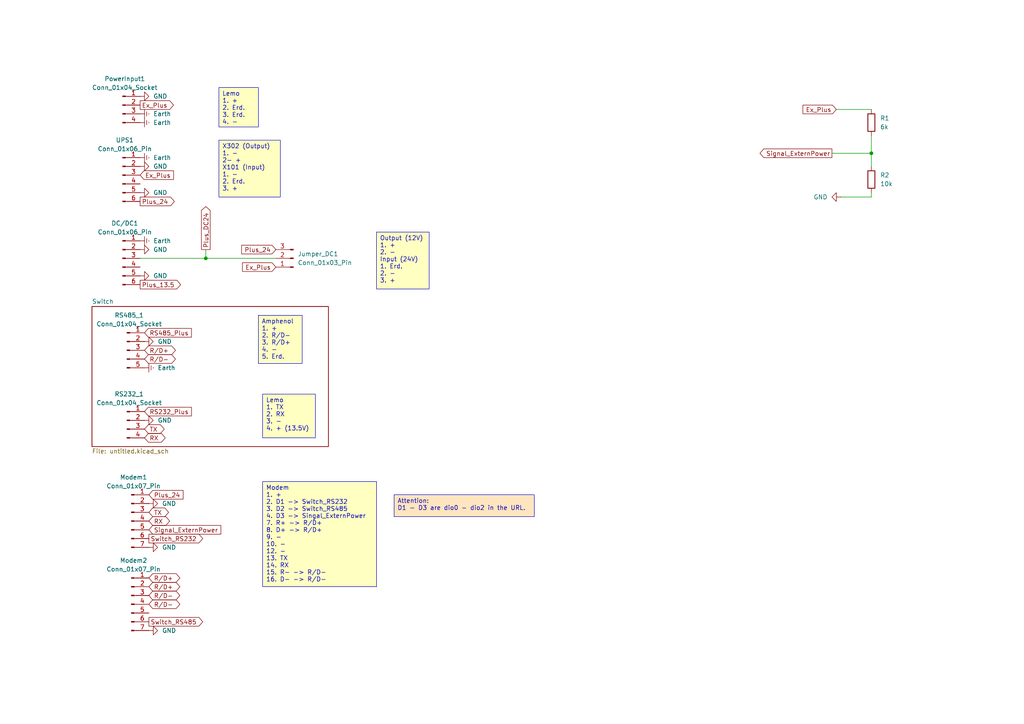
<source format=kicad_sch>
(kicad_sch (version 20231120) (generator "eeschema") (generator_version "8.0")
  (paper "A4")
  (title_block (title "ATL") (rev "1.0"))
  (lib_symbols
    (symbol "Connector:Conn_01x03_Pin" (pin_names (offset 1.016) hide)
      (property "Reference" "J" (at 0 5.08 0))
      (property "Value" "Conn_01x03_Pin" (at 0 -5.08 0))
      (symbol "Conn_01x03_Pin_1_1"
        (polyline (pts (xy 1.27 -2.54) (xy 0.8636 -2.54)) (stroke (width 0.1524)))
        (polyline (pts (xy 1.27 0) (xy 0.8636 0)) (stroke (width 0.1524)))
        (polyline (pts (xy 1.27 2.54) (xy 0.8636 2.54)) (stroke (width 0.1524)))
        (rectangle (start 0.8636 -2.413) (end 0 -2.667) (stroke (width 0.1524)) (fill (type outline)))
        (rectangle (start 0.8636 0.127) (end 0 -0.127) (stroke (width 0.1524)) (fill (type outline)))
        (rectangle (start 0.8636 2.667) (end 0 2.413) (stroke (width 0.1524)) (fill (type outline)))
        (pin passive line (at 5.08 2.54 180) (length 3.81) (name "Pin_1") (number "1"))
        (pin passive line (at 5.08 0 180) (length 3.81) (name "Pin_2") (number "2"))
        (pin passive line (at 5.08 -2.54 180) (length 3.81) (name "Pin_3") (number "3"))
      )
    )
    (symbol "Connector:Conn_01x04_Pin" (pin_names (offset 1.016) hide)
      (property "Reference" "J" (at 0 5.08 0))
      (property "Value" "Conn_01x04_Pin" (at 0 -7.62 0))
      (symbol "Conn_01x04_Pin_1_1"
        (polyline (pts (xy 1.27 -5.08) (xy 0.8636 -5.08)) (stroke (width 0.1524)))
        (polyline (pts (xy 1.27 -2.54) (xy 0.8636 -2.54)) (stroke (width 0.1524)))
        (polyline (pts (xy 1.27 0) (xy 0.8636 0)) (stroke (width 0.1524)))
        (polyline (pts (xy 1.27 2.54) (xy 0.8636 2.54)) (stroke (width 0.1524)))
        (rectangle (start 0.8636 -4.953) (end 0 -5.207) (stroke (width 0.1524)) (fill (type outline)))
        (rectangle (start 0.8636 -2.413) (end 0 -2.667) (stroke (width 0.1524)) (fill (type outline)))
        (rectangle (start 0.8636 0.127) (end 0 -0.127) (stroke (width 0.1524)) (fill (type outline)))
        (rectangle (start 0.8636 2.667) (end 0 2.413) (stroke (width 0.1524)) (fill (type outline)))
        (pin passive line (at 5.08 2.54 180) (length 3.81) (name "Pin_1") (number "1"))
        (pin passive line (at 5.08 0 180) (length 3.81) (name "Pin_2") (number "2"))
        (pin passive line (at 5.08 -2.54 180) (length 3.81) (name "Pin_3") (number "3"))
        (pin passive line (at 5.08 -5.08 180) (length 3.81) (name "Pin_4") (number "4"))
      )
    )
    (symbol "Connector:Conn_01x05_Pin" (pin_names (offset 1.016) hide)
      (property "Reference" "J" (at 0 7.62 0))
      (property "Value" "Conn_01x05_Pin" (at 0 -7.62 0))
      (symbol "Conn_01x05_Pin_1_1"
        (polyline (pts (xy 1.27 -5.08) (xy 0.8636 -5.08)) (stroke (width 0.1524)))
        (polyline (pts (xy 1.27 -2.54) (xy 0.8636 -2.54)) (stroke (width 0.1524)))
        (polyline (pts (xy 1.27 0) (xy 0.8636 0)) (stroke (width 0.1524)))
        (polyline (pts (xy 1.27 2.54) (xy 0.8636 2.54)) (stroke (width 0.1524)))
        (polyline (pts (xy 1.27 5.08) (xy 0.8636 5.08)) (stroke (width 0.1524)))
        (rectangle (start 0.8636 -4.953) (end 0 -5.207) (stroke (width 0.1524)) (fill (type outline)))
        (rectangle (start 0.8636 -2.413) (end 0 -2.667) (stroke (width 0.1524)) (fill (type outline)))
        (rectangle (start 0.8636 0.127) (end 0 -0.127) (stroke (width 0.1524)) (fill (type outline)))
        (rectangle (start 0.8636 2.667) (end 0 2.413) (stroke (width 0.1524)) (fill (type outline)))
        (rectangle (start 0.8636 5.207) (end 0 4.953) (stroke (width 0.1524)) (fill (type outline)))
        (pin passive line (at 5.08 5.08 180) (length 3.81) (name "Pin_1") (number "1"))
        (pin passive line (at 5.08 2.54 180) (length 3.81) (name "Pin_2") (number "2"))
        (pin passive line (at 5.08 0 180) (length 3.81) (name "Pin_3") (number "3"))
        (pin passive line (at 5.08 -2.54 180) (length 3.81) (name "Pin_4") (number "4"))
        (pin passive line (at 5.08 -5.08 180) (length 3.81) (name "Pin_5") (number "5"))
      )
    )
    (symbol "Connector:Conn_01x06_Pin" (pin_names (offset 1.016) hide)
      (property "Reference" "J" (at 0 7.62 0))
      (property "Value" "Conn_01x06_Pin" (at 0 -10.16 0))
      (symbol "Conn_01x06_Pin_1_1"
        (polyline (pts (xy 1.27 -7.62) (xy 0.8636 -7.62)) (stroke (width 0.1524)))
        (polyline (pts (xy 1.27 -5.08) (xy 0.8636 -5.08)) (stroke (width 0.1524)))
        (polyline (pts (xy 1.27 -2.54) (xy 0.8636 -2.54)) (stroke (width 0.1524)))
        (polyline (pts (xy 1.27 0) (xy 0.8636 0)) (stroke (width 0.1524)))
        (polyline (pts (xy 1.27 2.54) (xy 0.8636 2.54)) (stroke (width 0.1524)))
        (polyline (pts (xy 1.27 5.08) (xy 0.8636 5.08)) (stroke (width 0.1524)))
        (rectangle (start 0.8636 -7.493) (end 0 -7.747) (stroke (width 0.1524)) (fill (type outline)))
        (rectangle (start 0.8636 -4.953) (end 0 -5.207) (stroke (width 0.1524)) (fill (type outline)))
        (rectangle (start 0.8636 -2.413) (end 0 -2.667) (stroke (width 0.1524)) (fill (type outline)))
        (rectangle (start 0.8636 0.127) (end 0 -0.127) (stroke (width 0.1524)) (fill (type outline)))
        (rectangle (start 0.8636 2.667) (end 0 2.413) (stroke (width 0.1524)) (fill (type outline)))
        (rectangle (start 0.8636 5.207) (end 0 4.953) (stroke (width 0.1524)) (fill (type outline)))
        (pin passive line (at 5.08 5.08 180) (length 3.81) (name "Pin_1") (number "1"))
        (pin passive line (at 5.08 2.54 180) (length 3.81) (name "Pin_2") (number "2"))
        (pin passive line (at 5.08 0 180) (length 3.81) (name "Pin_3") (number "3"))
        (pin passive line (at 5.08 -2.54 180) (length 3.81) (name "Pin_4") (number "4"))
        (pin passive line (at 5.08 -5.08 180) (length 3.81) (name "Pin_5") (number "5"))
        (pin passive line (at 5.08 -7.62 180) (length 3.81) (name "Pin_6") (number "6"))
      )
    )
    (symbol "Connector:Conn_01x07_Pin" (pin_names (offset 1.016) hide)
      (property "Reference" "J" (at 0 10.16 0))
      (property "Value" "Conn_01x07_Pin" (at 0 -10.16 0))
      (symbol "Conn_01x07_Pin_1_1"
        (polyline (pts (xy 1.27 -7.62) (xy 0.8636 -7.62)) (stroke (width 0.1524)))
        (polyline (pts (xy 1.27 -5.08) (xy 0.8636 -5.08)) (stroke (width 0.1524)))
        (polyline (pts (xy 1.27 -2.54) (xy 0.8636 -2.54)) (stroke (width 0.1524)))
        (polyline (pts (xy 1.27 0) (xy 0.8636 0)) (stroke (width 0.1524)))
        (polyline (pts (xy 1.27 2.54) (xy 0.8636 2.54)) (stroke (width 0.1524)))
        (polyline (pts (xy 1.27 5.08) (xy 0.8636 5.08)) (stroke (width 0.1524)))
        (polyline (pts (xy 1.27 7.62) (xy 0.8636 7.62)) (stroke (width 0.1524)))
        (rectangle (start 0.8636 -7.493) (end 0 -7.747) (stroke (width 0.1524)) (fill (type outline)))
        (rectangle (start 0.8636 -4.953) (end 0 -5.207) (stroke (width 0.1524)) (fill (type outline)))
        (rectangle (start 0.8636 -2.413) (end 0 -2.667) (stroke (width 0.1524)) (fill (type outline)))
        (rectangle (start 0.8636 0.127) (end 0 -0.127) (stroke (width 0.1524)) (fill (type outline)))
        (rectangle (start 0.8636 2.667) (end 0 2.413) (stroke (width 0.1524)) (fill (type outline)))
        (rectangle (start 0.8636 5.207) (end 0 4.953) (stroke (width 0.1524)) (fill (type outline)))
        (rectangle (start 0.8636 7.747) (end 0 7.493) (stroke (width 0.1524)) (fill (type outline)))
        (pin passive line (at 5.08 7.62 180) (length 3.81) (name "Pin_1") (number "1"))
        (pin passive line (at 5.08 5.08 180) (length 3.81) (name "Pin_2") (number "2"))
        (pin passive line (at 5.08 2.54 180) (length 3.81) (name "Pin_3") (number "3"))
        (pin passive line (at 5.08 0 180) (length 3.81) (name "Pin_4") (number "4"))
        (pin passive line (at 5.08 -2.54 180) (length 3.81) (name "Pin_5") (number "5"))
        (pin passive line (at 5.08 -5.08 180) (length 3.81) (name "Pin_6") (number "6"))
        (pin passive line (at 5.08 -7.62 180) (length 3.81) (name "Pin_7") (number "7"))
      )
    )
    (symbol "Device:R" (pin_numbers hide) (pin_names (offset 0))
      (property "Reference" "R" (at 2.032 0 90))
      (property "Value" "R" (at 0 0 90))
      (symbol "R_0_1"
        (rectangle (start -1.016 -2.54) (end 1.016 2.54) (stroke (width 0.254)))
      )
      (symbol "R_1_1"
        (pin passive line (at 0 3.81 270) (length 1.27) (name "~") (number "1"))
        (pin passive line (at 0 -3.81 90) (length 1.27) (name "~") (number "2"))
      )
    )
    (symbol "power:Earth" (power) (pin_numbers hide) (pin_names (offset 0) hide)
      (property "Value" "Earth" (at 0 -3.81 0))
      (symbol "Earth_0_1"
        (polyline (pts (xy -0.635 -1.905) (xy 0.635 -1.905)))
        (polyline (pts (xy -0.127 -2.54) (xy 0.127 -2.54)))
        (polyline (pts (xy 0 -1.27) (xy 0 0)))
        (polyline (pts (xy 1.27 -1.27) (xy -1.27 -1.27)))
      )
      (symbol "Earth_1_1"
        (pin power_in line (at 0 0 270) (length 0) (name "~") (number "1"))
      )
    )
    (symbol "power:GND" (power) (pin_numbers hide) (pin_names (offset 0) hide)
      (property "Value" "GND" (at 0 -3.81 0))
      (symbol "GND_0_1"
        (polyline (pts (xy 0 0) (xy 0 -1.27) (xy 1.27 -1.27) (xy 0 -2.54) (xy -1.27 -1.27) (xy 0 -1.27)))
      )
      (symbol "GND_1_1"
        (pin power_in line (at 0 0 270) (length 0) (name "~") (number "1"))
      )
    )
  )
  (junction (at 252.73 44.45))
  (junction (at 59.69 74.93))
  (wire (pts (xy 252.73 44.45) (xy 252.73 48.26)))
  (wire (pts (xy 252.73 57.15) (xy 252.73 55.88)))
  (wire (pts (xy 59.69 74.93) (xy 80.01 74.93)))
  (wire (pts (xy 59.69 72.39) (xy 59.69 74.93)))
  (wire (pts (xy 40.64 74.93) (xy 59.69 74.93)))
  (wire (pts (xy 252.73 39.37) (xy 252.73 44.45)))
  (wire (pts (xy 242.57 31.75) (xy 252.73 31.75)))
  (wire (pts (xy 243.84 57.15) (xy 252.73 57.15)))
  (wire (pts (xy 241.3 44.45) (xy 252.73 44.45)))
  (text_box "Lemo\n1. +\n2. Erd.\n3. Erd.\n4. -" (at 63.5 25.4 0) (size 11.43 11.43) (fill (type color) (color 255 255 194 1)) (effects (font (size 1.27 1.27)) (justify left top)))
  (text_box "Attention:\nD1 - D3 are dio0 - dio2 in the URL." (at 114.3 143.51 0) (size 40.64 6.35) (fill (type color) (color 255 229 191 1)) (effects (font (size 1.27 1.27)) (justify left top)))
  (text_box "X302 (Output)\n1. -\n2- +\nX101 (Input)\n1. -\n2. Erd.\n3. +" (at 63.5 40.64 0) (size 17.78 16.51) (fill (type color) (color 255 255 194 1)) (effects (font (size 1.27 1.27)) (justify left top)))
  (text_box "Modem\n1. +\n2. D1 -> Switch_RS232\n3. D2 -> Switch_RS485\n4. D3 -> Singal_ExternPower \n7. R+ -> R/D+\n8. D+ -> R/D+\n9. -\n10. -\n12. -\n13. TX\n14. RX\n15. R- -> R/D-\n16. D- -> R/D-" (at 76.2 139.7 0) (size 33.02 30.48) (fill (type color) (color 255 255 194 1)) (effects (font (size 1.27 1.27)) (justify left top)))
  (text_box "Lemo\n1. TX\n2. RX\n3. -\n4. + (13.5V)" (at 76.2 114.3 0) (size 15.24 12.7) (fill (type color) (color 255 255 194 1)) (effects (font (size 1.27 1.27)) (justify left top)))
  (text_box "Output (12V)\n1. +\n2. -\nInput (24V)\n1. Erd.\n2. -\n3. +" (at 109.22 67.31 0) (size 15.24 16.51) (fill (type color) (color 255 255 194 1)) (effects (font (size 1.27 1.27)) (justify left top)))
  (text_box "Amphenol\n1. +\n2. R/D-\n3. R/D+\n4. -\n5. Erd." (at 74.93 91.44 0) (size 12.7 13.97) (fill (type color) (color 255 255 194 1)) (effects (font (size 1.27 1.27)) (justify left top)))
  (global_label "RS232_Plus" (shape input) (at 41.91 119.38 0) (property "Intersheetrefs" "${INTERSHEET_REFS}" (effects (hide yes))))
  (global_label "Plus_24" (shape output) (at 40.64 58.42 0) (property "Intersheetrefs" "${INTERSHEET_REFS}" (effects (hide yes))))
  (global_label "Ex_Plus" (shape output) (at 40.64 30.48 0) (property "Intersheetrefs" "${INTERSHEET_REFS}" (effects (hide yes))))
  (global_label "TX" (shape bidirectional) (at 41.91 124.46 0) (property "Intersheetrefs" "${INTERSHEET_REFS}" (effects (hide yes))))
  (global_label "Ex_Plus" (shape input) (at 40.64 50.8 0) (property "Intersheetrefs" "${INTERSHEET_REFS}" (effects (hide yes))))
  (global_label "Signal_ExternPower" (shape output) (at 241.3 44.45 180) (property "Intersheetrefs" "${INTERSHEET_REFS}" (effects (hide yes))))
  (global_label "RX" (shape bidirectional) (at 43.18 151.13 0) (property "Intersheetrefs" "${INTERSHEET_REFS}" (effects (hide yes))))
  (global_label "Plus_24" (shape input) (at 43.18 143.51 0) (property "Intersheetrefs" "${INTERSHEET_REFS}" (effects (hide yes))))
  (global_label "TX" (shape bidirectional) (at 43.18 148.59 0) (property "Intersheetrefs" "${INTERSHEET_REFS}" (effects (hide yes))))
  (global_label "Signal_ExternPower" (shape input) (at 43.18 153.67 0) (property "Intersheetrefs" "${INTERSHEET_REFS}" (effects (hide yes))))
  (global_label "RS485_Plus" (shape input) (at 41.91 96.52 0) (property "Intersheetrefs" "${INTERSHEET_REFS}" (effects (hide yes))))
  (global_label "Ex_Plus" (shape input) (at 242.57 31.75 180) (property "Intersheetrefs" "${INTERSHEET_REFS}" (effects (hide yes))))
  (global_label "Switch_RS485" (shape output) (at 43.18 180.34 0) (property "Intersheetrefs" "${INTERSHEET_REFS}" (effects (hide yes))))
  (global_label "RX" (shape bidirectional) (at 41.91 127 0) (property "Intersheetrefs" "${INTERSHEET_REFS}" (effects (hide yes))))
  (global_label "Plus_DC24" (shape output) (at 59.69 72.39 90) (property "Intersheetrefs" "${INTERSHEET_REFS}" (effects (hide yes))))
  (global_label "Plus_13.5" (shape output) (at 40.64 82.55 0) (property "Intersheetrefs" "${INTERSHEET_REFS}" (effects (hide yes))))
  (global_label "R{slash}D-" (shape bidirectional) (at 41.91 104.14 0) (property "Intersheetrefs" "${INTERSHEET_REFS}" (effects (hide yes))))
  (global_label "R{slash}D-" (shape bidirectional) (at 43.18 175.26 0) (property "Intersheetrefs" "${INTERSHEET_REFS}" (effects (hide yes))))
  (global_label "R{slash}D-" (shape bidirectional) (at 43.18 172.72 0) (property "Intersheetrefs" "${INTERSHEET_REFS}" (effects (hide yes))))
  (global_label "R{slash}D+" (shape bidirectional) (at 41.91 101.6 0) (property "Intersheetrefs" "${INTERSHEET_REFS}" (effects (hide yes))))
  (global_label "Plus_24" (shape input) (at 80.01 72.39 180) (property "Intersheetrefs" "${INTERSHEET_REFS}" (effects (hide yes))))
  (global_label "R{slash}D+" (shape bidirectional) (at 43.18 167.64 0) (property "Intersheetrefs" "${INTERSHEET_REFS}" (effects (hide yes))))
  (global_label "Ex_Plus" (shape input) (at 80.01 77.47 180) (property "Intersheetrefs" "${INTERSHEET_REFS}" (effects (hide yes))))
  (global_label "Switch_RS232" (shape output) (at 43.18 156.21 0) (property "Intersheetrefs" "${INTERSHEET_REFS}" (effects (hide yes))))
  (global_label "R{slash}D+" (shape bidirectional) (at 43.18 170.18 0) (property "Intersheetrefs" "${INTERSHEET_REFS}" (effects (hide yes))))
  (symbol (lib_id "power:GND") (at 41.91 99.06 90) (unit 1)
    (property "Reference" "#PWR016" (effects (hide yes)))
    (property "Value" "GND" (at 45.72 99.0599 90) (effects (justify right)))
    (property "Description" "Power symbol creates a global label with name \"GND\" , ground" (effects (hide yes)))
  )
  (symbol (lib_id "Connector:Conn_01x04_Pin") (at 36.83 121.92 0) (unit 1)
    (property "Reference" "RS232_1" (at 37.465 114.3 0))
    (property "Value" "Conn_01x04_Socket" (at 37.465 116.84 0))
    (property "Footprint" "S04B_PASK_2:CONN4_S04B-PASK_JST" (effects (hide yes)))
    (property "Description" "Generic connector, single row, 01x04, script generated" (effects (hide yes)))
  )
  (symbol (lib_id "Connector:Conn_01x03_Pin") (at 85.09 74.93 180) (unit 1)
    (property "Reference" "Jumper_DC1" (at 86.36 73.6599 0) (effects (justify right)))
    (property "Value" "Conn_01x03_Pin" (at 86.36 76.1999 0) (effects (justify right)))
    (property "Footprint" "TerminalBlock:TerminalBlock_Xinya_XY308-2.54-3P_1x03_P2.54mm_Horizontal" (effects (hide yes)))
    (property "Description" "Generic connector, single row, 01x03, script generated" (effects (hide yes)))
  )
  (symbol (lib_id "Device:R") (at 252.73 35.56 0) (unit 1)
    (property "Reference" "R1" (at 255.27 34.2899 0) (effects (justify left)))
    (property "Value" "6k" (at 255.27 36.8299 0) (effects (justify left)))
    (property "Footprint" "Resistor_SMD:R_01005_0402Metric_Pad0.57x0.30mm_HandSolder" (effects (hide yes)))
    (property "Description" "Resistor" (effects (hide yes)))
  )
  (symbol (lib_id "power:Earth") (at 41.91 106.68 90) (unit 1)
    (property "Reference" "#PWR017" (effects (hide yes)))
    (property "Value" "Earth" (at 45.72 106.6799 90) (effects (justify right)))
    (property "Description" "Power symbol creates a global label with name \"Earth\"" (effects (hide yes)))
  )
  (symbol (lib_id "Connector:Conn_01x06_Pin") (at 35.56 50.8 0) (unit 1)
    (property "Reference" "UPS1" (at 36.195 40.64 0))
    (property "Value" "Conn_01x06_Pin" (at 36.195 43.18 0))
    (property "Footprint" "6490XX29522_64900629522:64900629522" (effects (hide yes)))
    (property "Description" "Generic connector, single row, 01x06, script generated" (effects (hide yes)))
  )
  (symbol (lib_id "power:GND") (at 40.64 48.26 90) (unit 1)
    (property "Reference" "#PWR010" (effects (hide yes)))
    (property "Value" "GND" (at 44.45 48.2599 90) (effects (justify right)))
    (property "Description" "Power symbol creates a global label with name \"GND\" , ground" (effects (hide yes)))
  )
  (symbol (lib_id "power:GND") (at 43.18 182.88 90) (unit 1)
    (property "Reference" "#PWR022" (effects (hide yes)))
    (property "Value" "GND" (at 46.99 182.8799 90) (effects (justify right)))
    (property "Description" "Power symbol creates a global label with name \"GND\" , ground" (effects (hide yes)))
  )
  (symbol (lib_id "Connector:Conn_01x06_Pin") (at 35.56 74.93 0) (unit 1)
    (property "Reference" "DC/DC1" (at 36.195 64.77 0))
    (property "Value" "Conn_01x06_Pin" (at 36.195 67.31 0))
    (property "Footprint" "6490XX29522_64900629522:64900629522" (effects (hide yes)))
    (property "Description" "Generic connector, single row, 01x06, script generated" (effects (hide yes)))
  )
  (symbol (lib_id "power:GND") (at 43.18 146.05 90) (unit 1)
    (property "Reference" "#PWR020" (effects (hide yes)))
    (property "Value" "GND" (at 46.99 146.0499 90) (effects (justify right)))
    (property "Description" "Power symbol creates a global label with name \"GND\" , ground" (effects (hide yes)))
  )
  (symbol (lib_id "power:GND") (at 243.84 57.15 270) (unit 1)
    (property "Reference" "#PWR012" (effects (hide yes)))
    (property "Value" "GND" (at 240.03 57.1499 90) (effects (justify right)))
    (property "Description" "Power symbol creates a global label with name \"GND\" , ground" (effects (hide yes)))
  )
  (symbol (lib_id "power:GND") (at 41.91 121.92 90) (unit 1)
    (property "Reference" "#PWR019" (effects (hide yes)))
    (property "Value" "GND" (at 45.72 121.9199 90) (effects (justify right)))
    (property "Description" "Power symbol creates a global label with name \"GND\" , ground" (effects (hide yes)))
  )
  (symbol (lib_id "power:GND") (at 43.18 158.75 90) (unit 1)
    (property "Reference" "#PWR021" (effects (hide yes)))
    (property "Value" "GND" (at 46.99 158.7499 90) (effects (justify right)))
    (property "Description" "Power symbol creates a global label with name \"GND\" , ground" (effects (hide yes)))
  )
  (symbol (lib_id "power:GND") (at 40.64 80.01 90) (unit 1)
    (property "Reference" "#PWR015" (effects (hide yes)))
    (property "Value" "GND" (at 44.45 80.0099 90) (effects (justify right)))
    (property "Description" "Power symbol creates a global label with name \"GND\" , ground" (effects (hide yes)))
  )
  (symbol (lib_id "power:Earth") (at 40.64 33.02 90) (unit 1)
    (property "Reference" "#PWR07" (effects (hide yes)))
    (property "Value" "Earth" (at 44.45 33.0199 90) (effects (justify right)))
    (property "Description" "Power symbol creates a global label with name \"Earth\"" (effects (hide yes)))
  )
  (symbol (lib_id "power:Earth") (at 40.64 35.56 90) (unit 1)
    (property "Reference" "#PWR08" (effects (hide yes)))
    (property "Value" "Earth" (at 44.45 35.5599 90) (effects (justify right)))
    (property "Description" "Power symbol creates a global label with name \"Earth\"" (effects (hide yes)))
  )
  (symbol (lib_id "power:GND") (at 40.64 72.39 90) (unit 1)
    (property "Reference" "#PWR014" (effects (hide yes)))
    (property "Value" "GND" (at 44.45 72.3899 90) (effects (justify right)))
    (property "Description" "Power symbol creates a global label with name \"GND\" , ground" (effects (hide yes)))
  )
  (symbol (lib_id "power:Earth") (at 40.64 45.72 90) (unit 1)
    (property "Reference" "#PWR09" (effects (hide yes)))
    (property "Value" "Earth" (at 44.45 45.7199 90) (effects (justify right)))
    (property "Description" "Power symbol creates a global label with name \"Earth\"" (effects (hide yes)))
  )
  (symbol (lib_id "power:Earth") (at 40.64 69.85 90) (unit 1)
    (property "Reference" "#PWR013" (effects (hide yes)))
    (property "Value" "Earth" (at 44.45 69.8499 90) (effects (justify right)))
    (property "Description" "Power symbol creates a global label with name \"Earth\"" (effects (hide yes)))
  )
  (symbol (lib_id "Connector:Conn_01x05_Pin") (at 36.83 101.6 0) (unit 1)
    (property "Reference" "RS485_1" (at 37.465 91.44 0))
    (property "Value" "Conn_01x04_Socket" (at 37.465 93.98 0))
    (property "Footprint" "S05B_PASK_2_LF__SN_:CONN_S05B-PASK-2_JST" (effects (hide yes)))
    (property "Description" "Generic connector, single row, 01x05, script generated" (effects (hide yes)))
  )
  (symbol (lib_id "Device:R") (at 252.73 52.07 0) (unit 1)
    (property "Reference" "R2" (at 255.27 50.7999 0) (effects (justify left)))
    (property "Value" "10k" (at 255.27 53.3399 0) (effects (justify left)))
    (property "Footprint" "Resistor_SMD:R_01005_0402Metric_Pad0.57x0.30mm_HandSolder" (effects (hide yes)))
    (property "Description" "Resistor" (effects (hide yes)))
  )
  (symbol (lib_id "power:GND") (at 40.64 27.94 90) (unit 1)
    (property "Reference" "#PWR02" (effects (hide yes)))
    (property "Value" "GND" (at 44.45 27.9399 90) (effects (justify right)))
    (property "Description" "Power symbol creates a global label with name \"GND\" , ground" (effects (hide yes)))
  )
  (symbol (lib_id "Connector:Conn_01x04_Pin") (at 35.56 30.48 0) (unit 1)
    (property "Reference" "PowerInput1" (at 36.195 22.86 0))
    (property "Value" "Conn_01x04_Socket" (at 36.195 25.4 0))
    (property "Footprint" "6490XX29522_64900429522 (1):64900429522" (effects (hide yes)))
    (property "Description" "Generic connector, single row, 01x04, script generated" (effects (hide yes)))
  )
  (symbol (lib_id "Connector:Conn_01x07_Pin") (at 38.1 175.26 0) (unit 1)
    (property "Reference" "Modem2" (at 38.735 162.56 0))
    (property "Value" "Conn_01x07_Pin" (at 38.735 165.1 0))
    (property "Footprint" "S07B_PASK_2_LF__SN_:CONN7_K-2LFSN_JST" (effects (hide yes)))
    (property "Description" "Generic connector, single row, 01x07, script generated" (effects (hide yes)))
  )
  (symbol (lib_id "power:GND") (at 40.64 55.88 90) (unit 1)
    (property "Reference" "#PWR011" (effects (hide yes)))
    (property "Value" "GND" (at 44.45 55.8799 90) (effects (justify right)))
    (property "Description" "Power symbol creates a global label with name \"GND\" , ground" (effects (hide yes)))
  )
  (symbol (lib_id "Connector:Conn_01x07_Pin") (at 38.1 151.13 0) (unit 1)
    (property "Reference" "Modem1" (at 38.735 138.43 0))
    (property "Value" "Conn_01x07_Pin" (at 38.735 140.97 0))
    (property "Footprint" "S07B_PASK_2_LF__SN_:CONN7_K-2LFSN_JST" (effects (hide yes)))
    (property "Description" "Generic connector, single row, 01x07, script generated" (effects (hide yes)))
  )
  (sheet (at 26.67 88.9) (size 68.58 40.64) (stroke (width 0.1524))
    (property "Sheetname" "Switch" (at 26.67 88.1884 0) (effects (justify left bottom)))
    (property "Sheetfile" "untitled.kicad_sch" (at 26.67 130.1246 0) (effects (justify left top)))
  )
)
</source>
